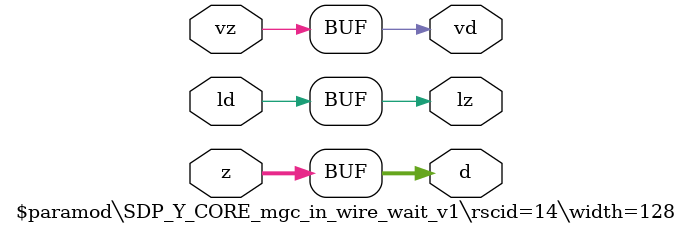
<source format=v>
module \$paramod\SDP_Y_CORE_mgc_in_wire_wait_v1\rscid=14\width=128 (ld, vd, d, lz, vz, z);
  (* src = "./vmod/nvdla/sdp/NV_NVDLA_SDP_CORE_Y_core.v:14" *)
  output [127:0] d;
  (* src = "./vmod/nvdla/sdp/NV_NVDLA_SDP_CORE_Y_core.v:12" *)
  input ld;
  (* src = "./vmod/nvdla/sdp/NV_NVDLA_SDP_CORE_Y_core.v:15" *)
  output lz;
  (* src = "./vmod/nvdla/sdp/NV_NVDLA_SDP_CORE_Y_core.v:13" *)
  output vd;
  (* src = "./vmod/nvdla/sdp/NV_NVDLA_SDP_CORE_Y_core.v:16" *)
  input vz;
  (* src = "./vmod/nvdla/sdp/NV_NVDLA_SDP_CORE_Y_core.v:17" *)
  input [127:0] z;
  assign d = z;
  assign lz = ld;
  assign vd = vz;
endmodule

</source>
